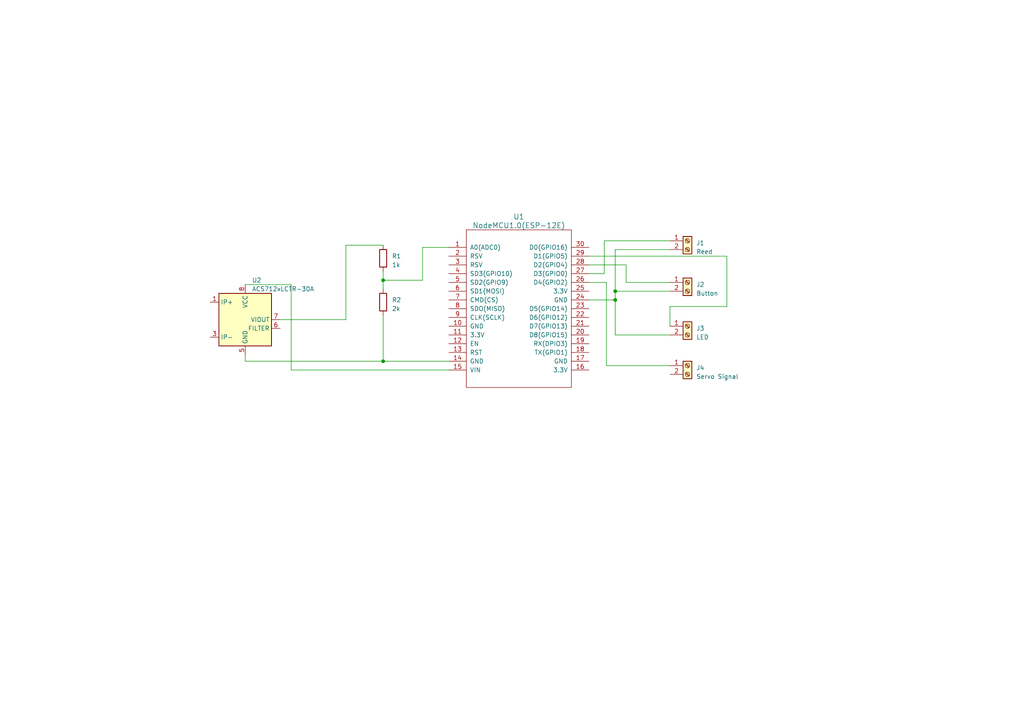
<source format=kicad_sch>
(kicad_sch (version 20230121) (generator eeschema)
  (paper "A4")
  (lib_symbols
    (symbol "Connector:Screw_Terminal_01x02" (pin_names (offset 1.016) hide)
      (property "Reference" "J" (at 0 2.54 0))
      (property "Value" "Screw_Terminal_01x02" (at 0 -5.08 0))
      (symbol "Screw_Terminal_01x02_1_1"
        (rectangle (start -1.27 1.27) (end 1.27 -3.81) (stroke (width 0.254)) (fill (type background)))
        (circle (center 0 -2.54) (radius 0.635) (stroke (width 0.1524)))
        (polyline (pts (xy -0.5334 -2.2098) (xy 0.3302 -3.048)) (stroke (width 0.1524)))
        (polyline (pts (xy -0.5334 0.3302) (xy 0.3302 -0.508)) (stroke (width 0.1524)))
        (polyline (pts (xy -0.3556 -2.032) (xy 0.508 -2.8702)) (stroke (width 0.1524)))
        (polyline (pts (xy -0.3556 0.508) (xy 0.508 -0.3302)) (stroke (width 0.1524)))
        (circle (center 0 0) (radius 0.635) (stroke (width 0.1524)))
        (pin passive line (at -5.08 0 0) (length 3.81) (name "Pin_1") (number "1"))
        (pin passive line (at -5.08 -2.54 0) (length 3.81) (name "Pin_2") (number "2"))
      )
    )
    (symbol "Device:R" (pin_numbers hide) (pin_names (offset 0))
      (property "Reference" "R" (at 2.032 0 90))
      (property "Value" "R" (at 0 0 90))
      (symbol "R_0_1"
        (rectangle (start -1.016 -2.54) (end 1.016 2.54) (stroke (width 0.254)))
      )
      (symbol "R_1_1"
        (pin passive line (at 0 3.81 270) (length 1.27) (name "~") (number "1"))
        (pin passive line (at 0 -3.81 90) (length 1.27) (name "~") (number "2"))
      )
    )
    (symbol "NodeMCUv3:NodeMCU1.0(ESP-12E)" (pin_names (offset 1.016))
      (property "Reference" "U" (at 0 21.59 0))
      (property "Value" "NodeMCU1.0(ESP-12E)" (at 0 -21.59 0))
      (symbol "NodeMCU1.0(ESP-12E)_0_1"
        (rectangle (start -15.24 -22.86) (end 15.24 22.86))
      )
      (symbol "NodeMCU1.0(ESP-12E)_1_1"
        (pin input line (at -20.32 17.78 0) (length 5.08) (name "A0(ADC0)") (number "1"))
        (pin input line (at -20.32 -5.08 0) (length 5.08) (name "GND") (number "10"))
        (pin input line (at -20.32 -7.62 0) (length 5.08) (name "3.3V") (number "11"))
        (pin input line (at -20.32 -10.16 0) (length 5.08) (name "EN") (number "12"))
        (pin input line (at -20.32 -12.7 0) (length 5.08) (name "RST") (number "13"))
        (pin input line (at -20.32 -15.24 0) (length 5.08) (name "GND") (number "14"))
        (pin input line (at -20.32 -17.78 0) (length 5.08) (name "VIN") (number "15"))
        (pin input line (at 20.32 -17.78 180) (length 5.08) (name "3.3V") (number "16"))
        (pin input line (at 20.32 -15.24 180) (length 5.08) (name "GND") (number "17"))
        (pin input line (at 20.32 -12.7 180) (length 5.08) (name "TX(GPIO1)") (number "18"))
        (pin input line (at 20.32 -10.16 180) (length 5.08) (name "RX(DPIO3)") (number "19"))
        (pin input line (at -20.32 15.24 0) (length 5.08) (name "RSV") (number "2"))
        (pin input line (at 20.32 -7.62 180) (length 5.08) (name "D8(GPIO15)") (number "20"))
        (pin input line (at 20.32 -5.08 180) (length 5.08) (name "D7(GPIO13)") (number "21"))
        (pin input line (at 20.32 -2.54 180) (length 5.08) (name "D6(GPIO12)") (number "22"))
        (pin input line (at 20.32 0 180) (length 5.08) (name "D5(GPIO14)") (number "23"))
        (pin input line (at 20.32 2.54 180) (length 5.08) (name "GND") (number "24"))
        (pin input line (at 20.32 5.08 180) (length 5.08) (name "3.3V") (number "25"))
        (pin input line (at 20.32 7.62 180) (length 5.08) (name "D4(GPIO2)") (number "26"))
        (pin input line (at 20.32 10.16 180) (length 5.08) (name "D3(GPIO0)") (number "27"))
        (pin input line (at 20.32 12.7 180) (length 5.08) (name "D2(GPIO4)") (number "28"))
        (pin input line (at 20.32 15.24 180) (length 5.08) (name "D1(GPIO5)") (number "29"))
        (pin input line (at -20.32 12.7 0) (length 5.08) (name "RSV") (number "3"))
        (pin input line (at 20.32 17.78 180) (length 5.08) (name "D0(GPIO16)") (number "30"))
        (pin input line (at -20.32 10.16 0) (length 5.08) (name "SD3(GPIO10)") (number "4"))
        (pin input line (at -20.32 7.62 0) (length 5.08) (name "SD2(GPIO9)") (number "5"))
        (pin input line (at -20.32 5.08 0) (length 5.08) (name "SD1(MOSI)") (number "6"))
        (pin input line (at -20.32 2.54 0) (length 5.08) (name "CMD(CS)") (number "7"))
        (pin input line (at -20.32 0 0) (length 5.08) (name "SDO(MISO)") (number "8"))
        (pin input line (at -20.32 -2.54 0) (length 5.08) (name "CLK(SCLK)") (number "9"))
      )
    )
    (symbol "Sensor_Current:ACS712xLCTR-30A"
      (property "Reference" "U" (at 2.54 11.43 0))
      (property "Value" "ACS712xLCTR-30A" (at 2.54 8.89 0))
      (symbol "ACS712xLCTR-30A_0_1"
        (rectangle (start -7.62 7.62) (end 7.62 -7.62) (stroke (width 0.254)) (fill (type background)))
      )
      (symbol "ACS712xLCTR-30A_1_1"
        (pin passive line (at -10.16 5.08 0) (length 2.54) (name "IP+") (number "1"))
        (pin passive line (at -10.16 5.08 0) (length 2.54) hide (name "IP+") (number "2"))
        (pin passive line (at -10.16 -5.08 0) (length 2.54) (name "IP-") (number "3"))
        (pin passive line (at -10.16 -5.08 0) (length 2.54) hide (name "IP-") (number "4"))
        (pin power_in line (at 0 -10.16 90) (length 2.54) (name "GND") (number "5"))
        (pin passive line (at 10.16 -2.54 180) (length 2.54) (name "FILTER") (number "6"))
        (pin output line (at 10.16 0 180) (length 2.54) (name "VIOUT") (number "7"))
        (pin power_in line (at 0 10.16 270) (length 2.54) (name "VCC") (number "8"))
      )
    )
  )
  (junction (at 111.125 81.28))
  (junction (at 178.435 86.995))
  (junction (at 178.435 84.455))
  (junction (at 111.125 104.775))
  (wire (pts (xy 178.435 97.155) (xy 178.435 86.995)))
  (wire (pts (xy 71.12 102.87) (xy 71.12 104.775)))
  (wire (pts (xy 122.555 71.755) (xy 130.175 71.755)))
  (wire (pts (xy 170.815 74.295) (xy 210.82 74.295)))
  (wire (pts (xy 111.125 91.44) (xy 111.125 104.775)))
  (wire (pts (xy 71.12 104.775) (xy 111.125 104.775)))
  (wire (pts (xy 111.125 78.74) (xy 111.125 81.28)))
  (wire (pts (xy 178.435 84.455) (xy 194.31 84.455)))
  (wire (pts (xy 71.12 82.55) (xy 84.455 82.55)))
  (wire (pts (xy 81.28 92.71) (xy 100.33 92.71)))
  (wire (pts (xy 194.31 94.615) (xy 194.31 88.9)))
  (wire (pts (xy 194.31 88.9) (xy 210.82 88.9)))
  (wire (pts (xy 100.33 92.71) (xy 100.33 71.12)))
  (wire (pts (xy 194.31 69.85) (xy 175.26 69.85)))
  (wire (pts (xy 178.435 72.39) (xy 178.435 84.455)))
  (wire (pts (xy 111.125 81.28) (xy 122.555 81.28)))
  (wire (pts (xy 175.895 106.045) (xy 175.895 81.915)))
  (wire (pts (xy 111.125 104.775) (xy 130.175 104.775)))
  (wire (pts (xy 181.61 81.915) (xy 181.61 76.835)))
  (wire (pts (xy 194.31 97.155) (xy 178.435 97.155)))
  (wire (pts (xy 194.31 81.915) (xy 181.61 81.915)))
  (wire (pts (xy 194.31 106.045) (xy 175.895 106.045)))
  (wire (pts (xy 84.455 107.315) (xy 130.175 107.315)))
  (wire (pts (xy 100.33 71.12) (xy 111.125 71.12)))
  (wire (pts (xy 181.61 76.835) (xy 170.815 76.835)))
  (wire (pts (xy 122.555 81.28) (xy 122.555 71.755)))
  (wire (pts (xy 111.125 81.28) (xy 111.125 83.82)))
  (wire (pts (xy 178.435 86.995) (xy 170.815 86.995)))
  (wire (pts (xy 210.82 88.9) (xy 210.82 74.295)))
  (wire (pts (xy 194.31 72.39) (xy 178.435 72.39)))
  (wire (pts (xy 178.435 84.455) (xy 178.435 86.995)))
  (wire (pts (xy 175.895 81.915) (xy 170.815 81.915)))
  (wire (pts (xy 84.455 82.55) (xy 84.455 107.315)))
  (wire (pts (xy 175.26 79.375) (xy 170.815 79.375)))
  (wire (pts (xy 175.26 69.85) (xy 175.26 79.375)))
  (symbol (lib_id "Device:R") (at 111.125 87.63 0) (unit 1)
    (property "Reference" "R2" (at 113.665 86.995 0) (effects (justify left)))
    (property "Value" "2k" (at 113.665 89.535 0) (effects (justify left)))
    (property "Footprint" "Resistor_THT:R_Axial_DIN0411_L9.9mm_D3.6mm_P12.70mm_Horizontal" (effects hide))
  )
  (symbol (lib_id "Connector:Screw_Terminal_01x02") (at 199.39 94.615 0) (unit 1)
    (property "Reference" "J3" (at 201.93 95.25 0) (effects (justify left)))
    (property "Value" "LED" (at 201.93 97.79 0) (effects (justify left)))
    (property "Footprint" "TerminalBlock_4Ucon:TerminalBlock_4Ucon_1x02_P3.50mm_Horizontal" (effects hide))
  )
  (symbol (lib_id "Device:R") (at 111.125 74.93 180) (unit 1)
    (property "Reference" "R1" (at 113.665 74.295 0) (effects (justify right)))
    (property "Value" "1k" (at 113.665 76.835 0) (effects (justify right)))
    (property "Footprint" "Resistor_THT:R_Axial_DIN0411_L9.9mm_D3.6mm_P12.70mm_Horizontal" (effects hide))
  )
  (symbol (lib_id "Connector:Screw_Terminal_01x02") (at 199.39 69.85 0) (unit 1)
    (property "Reference" "J1" (at 201.93 70.485 0) (effects (justify left)))
    (property "Value" "Reed" (at 201.93 73.025 0) (effects (justify left)))
    (property "Footprint" "TerminalBlock_4Ucon:TerminalBlock_4Ucon_1x02_P3.50mm_Horizontal" (effects hide))
  )
  (symbol (lib_id "Connector:Screw_Terminal_01x02") (at 199.39 81.915 0) (unit 1)
    (property "Reference" "J2" (at 201.93 82.55 0) (effects (justify left)))
    (property "Value" "Button" (at 201.93 85.09 0) (effects (justify left)))
    (property "Footprint" "TerminalBlock_4Ucon:TerminalBlock_4Ucon_1x02_P3.50mm_Horizontal" (effects hide))
  )
  (symbol (lib_id "NodeMCUv3:NodeMCU1.0(ESP-12E)") (at 150.495 89.535 0) (unit 1)
    (property "Reference" "U1" (at 150.495 62.865 0) (effects (font (size 1.524 1.524))))
    (property "Value" "NodeMCU1.0(ESP-12E)" (at 150.495 65.405 0) (effects (font (size 1.524 1.524))))
    (property "Footprint" "NodeMCUv3:NodeMCU-LoLinV3" (effects hide))
  )
  (symbol (lib_id "Sensor_Current:ACS712xLCTR-30A") (at 71.12 92.71 0) (unit 1)
    (property "Reference" "U2" (at 73.0759 81.28 0) (effects (justify left)))
    (property "Value" "ACS712xLCTR-30A" (at 73.0759 83.82 0) (effects (justify left)))
    (property "Footprint" "Package_SO:SOIC-8_3.9x4.9mm_P1.27mm" (effects hide))
    (property "Datasheet" "http://www.allegromicro.com/~/media/Files/Datasheets/ACS712-Datasheet.ashx?la=en" (effects hide))
  )
  (symbol (lib_id "Connector:Screw_Terminal_01x02") (at 199.39 106.045 0) (unit 1)
    (property "Reference" "J4" (at 201.93 106.68 0) (effects (justify left)))
    (property "Value" "Servo Signal" (at 201.93 109.22 0) (effects (justify left)))
    (property "Footprint" "TerminalBlock_4Ucon:TerminalBlock_4Ucon_1x02_P3.50mm_Horizontal" (effects hide))
  )
)
</source>
